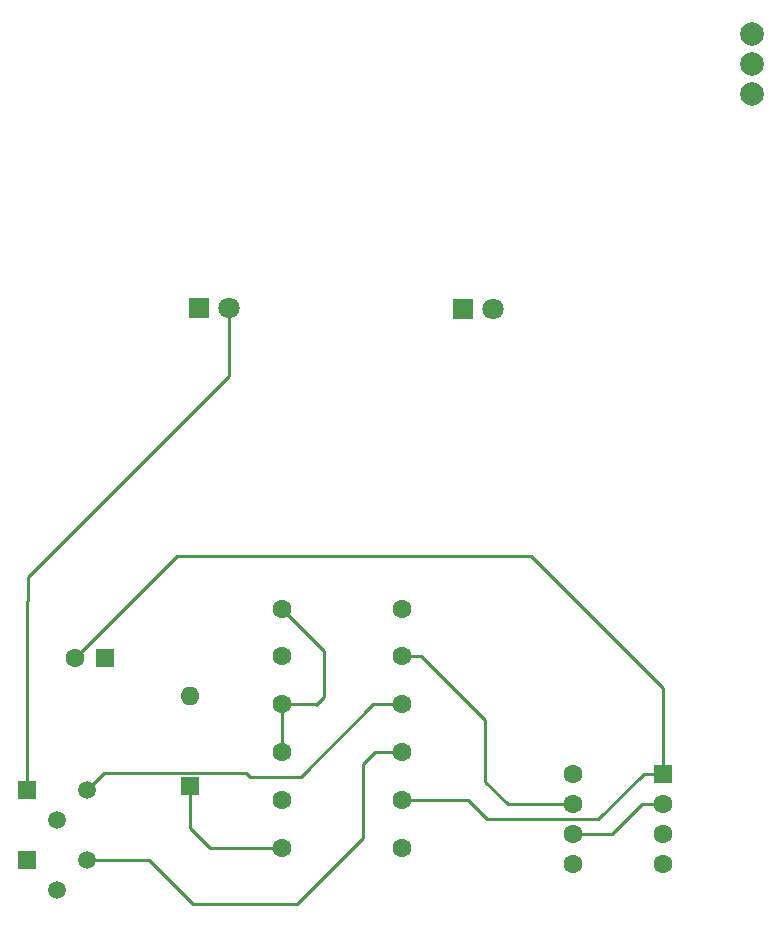
<source format=gbr>
%TF.GenerationSoftware,KiCad,Pcbnew,9.0.6*%
%TF.CreationDate,2025-12-31T17:09:58+01:00*%
%TF.ProjectId,Panda,50616e64-612e-46b6-9963-61645f706362,rev?*%
%TF.SameCoordinates,Original*%
%TF.FileFunction,Copper,L1,Top*%
%TF.FilePolarity,Positive*%
%FSLAX46Y46*%
G04 Gerber Fmt 4.6, Leading zero omitted, Abs format (unit mm)*
G04 Created by KiCad (PCBNEW 9.0.6) date 2025-12-31 17:09:58*
%MOMM*%
%LPD*%
G01*
G04 APERTURE LIST*
G04 Aperture macros list*
%AMRoundRect*
0 Rectangle with rounded corners*
0 $1 Rounding radius*
0 $2 $3 $4 $5 $6 $7 $8 $9 X,Y pos of 4 corners*
0 Add a 4 corners polygon primitive as box body*
4,1,4,$2,$3,$4,$5,$6,$7,$8,$9,$2,$3,0*
0 Add four circle primitives for the rounded corners*
1,1,$1+$1,$2,$3*
1,1,$1+$1,$4,$5*
1,1,$1+$1,$6,$7*
1,1,$1+$1,$8,$9*
0 Add four rect primitives between the rounded corners*
20,1,$1+$1,$2,$3,$4,$5,0*
20,1,$1+$1,$4,$5,$6,$7,0*
20,1,$1+$1,$6,$7,$8,$9,0*
20,1,$1+$1,$8,$9,$2,$3,0*%
G04 Aperture macros list end*
%TA.AperFunction,ComponentPad*%
%ADD10R,1.800000X1.800000*%
%TD*%
%TA.AperFunction,ComponentPad*%
%ADD11C,1.800000*%
%TD*%
%TA.AperFunction,ComponentPad*%
%ADD12RoundRect,0.250000X0.550000X0.550000X-0.550000X0.550000X-0.550000X-0.550000X0.550000X-0.550000X0*%
%TD*%
%TA.AperFunction,ComponentPad*%
%ADD13C,1.600000*%
%TD*%
%TA.AperFunction,ComponentPad*%
%ADD14C,2.000000*%
%TD*%
%TA.AperFunction,ComponentPad*%
%ADD15R,1.500000X1.500000*%
%TD*%
%TA.AperFunction,ComponentPad*%
%ADD16C,1.500000*%
%TD*%
%TA.AperFunction,ComponentPad*%
%ADD17O,1.600000X1.600000*%
%TD*%
%TA.AperFunction,ComponentPad*%
%ADD18R,1.600000X1.600000*%
%TD*%
%TA.AperFunction,Conductor*%
%ADD19C,0.250000*%
%TD*%
G04 APERTURE END LIST*
D10*
%TO.P,D2,1,K*%
%TO.N,Net-(D1-K)*%
X101600000Y-80000000D03*
D11*
%TO.P,D2,2,A*%
%TO.N,Net-(D1-A)*%
X104140000Y-80000000D03*
%TD*%
D10*
%TO.P,D1,1,K*%
%TO.N,Net-(D1-K)*%
X79300000Y-79900000D03*
D11*
%TO.P,D1,2,A*%
%TO.N,Net-(D1-A)*%
X81840000Y-79900000D03*
%TD*%
D12*
%TO.P,U1,1,GND*%
%TO.N,Net-(D1-K)*%
X118600000Y-119380000D03*
D13*
%TO.P,U1,2,TR*%
%TO.N,Net-(D3-K)*%
X118600000Y-121920000D03*
%TO.P,U1,3,Q*%
%TO.N,unconnected-(U1-Q-Pad3)*%
X118600000Y-124460000D03*
%TO.P,U1,4,R*%
%TO.N,Net-(S1-E)*%
X118600000Y-127000000D03*
%TO.P,U1,5,CV*%
%TO.N,unconnected-(U1-CV-Pad5)*%
X110980000Y-127000000D03*
%TO.P,U1,6,THR*%
%TO.N,Net-(D3-K)*%
X110980000Y-124460000D03*
%TO.P,U1,7,DIS*%
%TO.N,Net-(D3-A)*%
X110980000Y-121920000D03*
%TO.P,U1,8,VCC*%
%TO.N,Net-(S1-E)*%
X110980000Y-119380000D03*
%TD*%
D14*
%TO.P,S1,1,A*%
%TO.N,Net-(S1-A-Pad1)*%
X126100000Y-56720000D03*
%TO.P,S1,2,E*%
%TO.N,Net-(S1-E)*%
X126100000Y-59260000D03*
%TO.P,S1,3,A*%
%TO.N,unconnected-(S1-A-Pad3)*%
X126100000Y-61800000D03*
%TD*%
D13*
%TO.P,R7,1*%
%TO.N,Net-(D3-K)*%
X86340000Y-109400000D03*
%TO.P,R7,2*%
%TO.N,Net-(D3-A)*%
X96500000Y-109400000D03*
%TD*%
%TO.P,R6,1*%
%TO.N,Net-(S1-E)*%
X86340000Y-113450000D03*
%TO.P,R6,2*%
%TO.N,Net-(Q2-C)*%
X96500000Y-113450000D03*
%TD*%
%TO.P,R5,1*%
%TO.N,Net-(S1-E)*%
X86340000Y-117500000D03*
%TO.P,R5,2*%
%TO.N,Net-(Q1-C)*%
X96500000Y-117500000D03*
%TD*%
%TO.P,R4,1*%
%TO.N,Net-(Q1-B)*%
X86340000Y-121550000D03*
%TO.P,R4,2*%
%TO.N,Net-(D1-K)*%
X96500000Y-121550000D03*
%TD*%
%TO.P,R3,1*%
%TO.N,Net-(D3-K)*%
X86340000Y-125600000D03*
%TO.P,R3,2*%
%TO.N,Net-(Q1-B)*%
X96500000Y-125600000D03*
%TD*%
%TO.P,R8,1*%
%TO.N,Net-(S1-E)*%
X86340000Y-105350000D03*
%TO.P,R8,2*%
%TO.N,Net-(D3-A)*%
X96500000Y-105350000D03*
%TD*%
D15*
%TO.P,Q2,1,E*%
%TO.N,Net-(D1-A)*%
X64760000Y-120681193D03*
D16*
%TO.P,Q2,2,B*%
%TO.N,Net-(Q1-C)*%
X67300000Y-123221193D03*
%TO.P,Q2,3,C*%
%TO.N,Net-(Q2-C)*%
X69840000Y-120681193D03*
%TD*%
D15*
%TO.P,Q1,1,E*%
%TO.N,Net-(D1-K)*%
X64760000Y-126623578D03*
D16*
%TO.P,Q1,2,B*%
%TO.N,Net-(Q1-B)*%
X67300000Y-129163578D03*
%TO.P,Q1,3,C*%
%TO.N,Net-(Q1-C)*%
X69840000Y-126623578D03*
%TD*%
D17*
%TO.P,D3,2,A*%
%TO.N,Net-(D3-A)*%
X78500000Y-112790000D03*
D18*
%TO.P,D3,1,K*%
%TO.N,Net-(D3-K)*%
X78500000Y-120410000D03*
%TD*%
%TO.P,C1,1*%
%TO.N,Net-(D3-K)*%
X71292500Y-109500000D03*
D13*
%TO.P,C1,2*%
%TO.N,Net-(D1-K)*%
X68792500Y-109500000D03*
%TD*%
D19*
%TO.N,Net-(D1-K)*%
X118600000Y-112100000D02*
X118600000Y-119380000D01*
X107400000Y-100900000D02*
X118600000Y-112100000D01*
X77392500Y-100900000D02*
X107400000Y-100900000D01*
X68792500Y-109500000D02*
X77392500Y-100900000D01*
%TO.N,Net-(D1-A)*%
X64760000Y-104740000D02*
X64760000Y-120681193D01*
X64800000Y-102700000D02*
X64800000Y-104700000D01*
X81840000Y-85660000D02*
X64800000Y-102700000D01*
X64800000Y-104700000D02*
X64760000Y-104740000D01*
X81840000Y-79900000D02*
X81840000Y-85660000D01*
%TO.N,Net-(Q2-C)*%
X83284000Y-119284000D02*
X71237193Y-119284000D01*
X71237193Y-119284000D02*
X69840000Y-120681193D01*
X83600000Y-119600000D02*
X83284000Y-119284000D01*
X87900000Y-119600000D02*
X83600000Y-119600000D01*
X96500000Y-113450000D02*
X94050000Y-113450000D01*
X94050000Y-113450000D02*
X87900000Y-119600000D01*
%TO.N,Net-(Q1-C)*%
X94200000Y-117500000D02*
X96500000Y-117500000D01*
X93200000Y-118500000D02*
X94200000Y-117500000D01*
X93200000Y-124800000D02*
X93200000Y-118500000D01*
X87600000Y-130400000D02*
X93200000Y-124800000D01*
X78800000Y-130400000D02*
X87600000Y-130400000D01*
X75023578Y-126623578D02*
X78800000Y-130400000D01*
X69840000Y-126623578D02*
X75023578Y-126623578D01*
%TO.N,Net-(S1-E)*%
X86340000Y-113450000D02*
X86340000Y-117500000D01*
X89150000Y-113450000D02*
X86340000Y-113450000D01*
X89900000Y-112800000D02*
X89200000Y-113500000D01*
X89900000Y-108910000D02*
X89900000Y-112800000D01*
X86340000Y-105350000D02*
X89900000Y-108910000D01*
X89200000Y-113500000D02*
X89150000Y-113450000D01*
%TO.N,Net-(D3-K)*%
X80200000Y-125600000D02*
X86340000Y-125600000D01*
X78500000Y-123900000D02*
X80200000Y-125600000D01*
X78500000Y-120410000D02*
X78500000Y-123900000D01*
%TO.N,Net-(D1-K)*%
X116920000Y-119380000D02*
X118600000Y-119380000D01*
X113100000Y-123200000D02*
X116920000Y-119380000D01*
X102050000Y-121550000D02*
X103700000Y-123200000D01*
X96500000Y-121550000D02*
X102050000Y-121550000D01*
X103700000Y-123200000D02*
X113100000Y-123200000D01*
%TO.N,Net-(D3-A)*%
X103500000Y-120000000D02*
X103500000Y-114800000D01*
X103500000Y-114800000D02*
X98100000Y-109400000D01*
X105420000Y-121920000D02*
X103500000Y-120000000D01*
X98100000Y-109400000D02*
X96500000Y-109400000D01*
X110980000Y-121920000D02*
X105420000Y-121920000D01*
%TO.N,Net-(D3-K)*%
X116780000Y-121920000D02*
X114240000Y-124460000D01*
X118600000Y-121920000D02*
X116780000Y-121920000D01*
X114240000Y-124460000D02*
X110980000Y-124460000D01*
%TD*%
M02*

</source>
